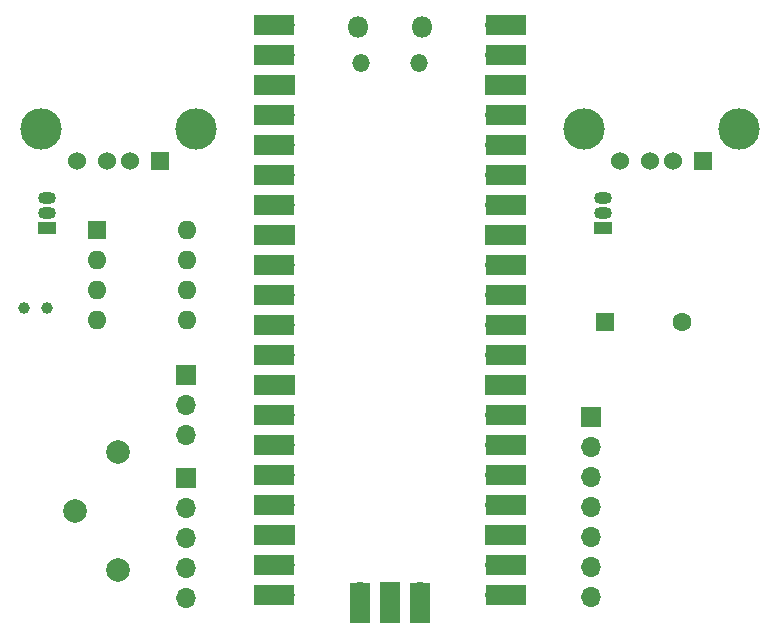
<source format=gbr>
G04 #@! TF.GenerationSoftware,KiCad,Pcbnew,7.0.7-2.fc38*
G04 #@! TF.CreationDate,2023-10-09T12:01:20+01:00*
G04 #@! TF.ProjectId,Main_PCB,4d61696e-5f50-4434-922e-6b696361645f,rev?*
G04 #@! TF.SameCoordinates,Original*
G04 #@! TF.FileFunction,Soldermask,Top*
G04 #@! TF.FilePolarity,Negative*
%FSLAX46Y46*%
G04 Gerber Fmt 4.6, Leading zero omitted, Abs format (unit mm)*
G04 Created by KiCad (PCBNEW 7.0.7-2.fc38) date 2023-10-09 12:01:20*
%MOMM*%
%LPD*%
G01*
G04 APERTURE LIST*
%ADD10R,1.524000X1.524000*%
%ADD11C,1.524000*%
%ADD12C,3.500000*%
%ADD13C,1.000000*%
%ADD14R,1.600000X1.600000*%
%ADD15C,1.600000*%
%ADD16O,1.600000X1.600000*%
%ADD17R,1.700000X1.700000*%
%ADD18O,1.700000X1.700000*%
%ADD19O,1.500000X1.500000*%
%ADD20O,1.800000X1.800000*%
%ADD21R,3.500000X1.700000*%
%ADD22R,1.700000X3.500000*%
%ADD23C,2.000000*%
%ADD24R,1.500000X1.050000*%
%ADD25O,1.500000X1.050000*%
G04 APERTURE END LIST*
D10*
G04 #@! TO.C,J4*
X123500000Y-57362500D03*
D11*
X121000000Y-57362500D03*
X119000000Y-57362500D03*
X116500000Y-57362500D03*
D12*
X126570000Y-54652500D03*
X113430000Y-54652500D03*
G04 #@! TD*
D13*
G04 #@! TO.C,Y1*
X112050000Y-69817742D03*
X113950000Y-69817742D03*
G04 #@! TD*
D14*
G04 #@! TO.C,BZ1*
X161200000Y-71000000D03*
D15*
X167700000Y-71000000D03*
G04 #@! TD*
D14*
G04 #@! TO.C,U2*
X118200000Y-63200000D03*
D16*
X118200000Y-65740000D03*
X118200000Y-68280000D03*
X118200000Y-70820000D03*
X125820000Y-70820000D03*
X125820000Y-68280000D03*
X125820000Y-65740000D03*
X125820000Y-63200000D03*
G04 #@! TD*
D17*
G04 #@! TO.C,J3*
X125730000Y-84175000D03*
D18*
X125730000Y-86715000D03*
X125730000Y-89255000D03*
X125730000Y-91795000D03*
X125730000Y-94335000D03*
G04 #@! TD*
D19*
G04 #@! TO.C,U1*
X140575000Y-49030000D03*
D20*
X145725000Y-46000000D03*
X140275000Y-46000000D03*
D19*
X145425000Y-49030000D03*
D21*
X133210000Y-45870000D03*
D18*
X134110000Y-45870000D03*
D21*
X133210000Y-48410000D03*
D18*
X134110000Y-48410000D03*
D17*
X134110000Y-50950000D03*
D21*
X133210000Y-50950000D03*
X133210000Y-53490000D03*
D18*
X134110000Y-53490000D03*
D21*
X133210000Y-56030000D03*
D18*
X134110000Y-56030000D03*
X134110000Y-58570000D03*
D21*
X133210000Y-58570000D03*
X133210000Y-61110000D03*
D18*
X134110000Y-61110000D03*
D17*
X134110000Y-63650000D03*
D21*
X133210000Y-63650000D03*
D18*
X134110000Y-66190000D03*
D21*
X133210000Y-66190000D03*
X133210000Y-68730000D03*
D18*
X134110000Y-68730000D03*
X134110000Y-71270000D03*
D21*
X133210000Y-71270000D03*
X133210000Y-73810000D03*
D18*
X134110000Y-73810000D03*
D17*
X134110000Y-76350000D03*
D21*
X133210000Y-76350000D03*
D18*
X134110000Y-78890000D03*
D21*
X133210000Y-78890000D03*
X133210000Y-81430000D03*
D18*
X134110000Y-81430000D03*
D21*
X133210000Y-83970000D03*
D18*
X134110000Y-83970000D03*
X134110000Y-86510000D03*
D21*
X133210000Y-86510000D03*
X133210000Y-89050000D03*
D17*
X134110000Y-89050000D03*
D18*
X134110000Y-91590000D03*
D21*
X133210000Y-91590000D03*
D18*
X134110000Y-94130000D03*
D21*
X133210000Y-94130000D03*
D18*
X151890000Y-94130000D03*
D21*
X152790000Y-94130000D03*
X152790000Y-91590000D03*
D18*
X151890000Y-91590000D03*
D21*
X152790000Y-89050000D03*
D17*
X151890000Y-89050000D03*
D21*
X152790000Y-86510000D03*
D18*
X151890000Y-86510000D03*
D21*
X152790000Y-83970000D03*
D18*
X151890000Y-83970000D03*
D21*
X152790000Y-81430000D03*
D18*
X151890000Y-81430000D03*
D21*
X152790000Y-78890000D03*
D18*
X151890000Y-78890000D03*
D17*
X151890000Y-76350000D03*
D21*
X152790000Y-76350000D03*
D18*
X151890000Y-73810000D03*
D21*
X152790000Y-73810000D03*
X152790000Y-71270000D03*
D18*
X151890000Y-71270000D03*
X151890000Y-68730000D03*
D21*
X152790000Y-68730000D03*
X152790000Y-66190000D03*
D18*
X151890000Y-66190000D03*
D17*
X151890000Y-63650000D03*
D21*
X152790000Y-63650000D03*
X152790000Y-61110000D03*
D18*
X151890000Y-61110000D03*
X151890000Y-58570000D03*
D21*
X152790000Y-58570000D03*
X152790000Y-56030000D03*
D18*
X151890000Y-56030000D03*
X151890000Y-53490000D03*
D21*
X152790000Y-53490000D03*
X152790000Y-50950000D03*
D17*
X151890000Y-50950000D03*
D18*
X151890000Y-48410000D03*
D21*
X152790000Y-48410000D03*
D18*
X151890000Y-45870000D03*
D21*
X152790000Y-45870000D03*
D18*
X140460000Y-93900000D03*
D22*
X140460000Y-94800000D03*
X143000000Y-94800000D03*
D17*
X143000000Y-93900000D03*
D18*
X145540000Y-93900000D03*
D22*
X145540000Y-94800000D03*
G04 #@! TD*
D23*
G04 #@! TO.C,BT1*
X120000000Y-92000000D03*
X120000000Y-82000000D03*
X116300000Y-87000000D03*
G04 #@! TD*
D10*
G04 #@! TO.C,J5*
X169500000Y-57362500D03*
D11*
X167000000Y-57362500D03*
X165000000Y-57362500D03*
X162500000Y-57362500D03*
D12*
X159430000Y-54652500D03*
X172570000Y-54652500D03*
G04 #@! TD*
D24*
G04 #@! TO.C,Q1*
X114000000Y-63000000D03*
D25*
X114000000Y-61730000D03*
X114000000Y-60460000D03*
G04 #@! TD*
D17*
G04 #@! TO.C,J1*
X125730000Y-75475000D03*
D18*
X125730000Y-78015000D03*
X125730000Y-80555000D03*
G04 #@! TD*
D17*
G04 #@! TO.C,J2*
X160020000Y-79047500D03*
D18*
X160020000Y-81587500D03*
X160020000Y-84127500D03*
X160020000Y-86667500D03*
X160020000Y-89207500D03*
X160020000Y-91747500D03*
X160020000Y-94287500D03*
G04 #@! TD*
D24*
G04 #@! TO.C,Q2*
X161000000Y-63000000D03*
D25*
X161000000Y-61730000D03*
X161000000Y-60460000D03*
G04 #@! TD*
M02*

</source>
